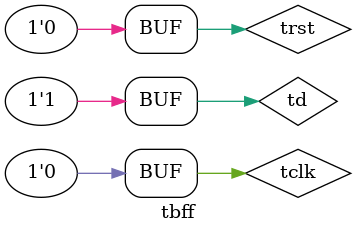
<source format=v>
module tbff ();
wire top;
reg td,tclk,trst;

dff1 dt1 (top,td,tclk,trst);

always 
begin
tclk=1'b1;
#5
tclk=1'b0;
#5;
end

initial 
begin
trst=1; td=1; #10
trst=0; td=1; #10
td=1; #10
td=0; #10
td=1; #10
td=0; #10
td=1; #10
td=1; #11
trst=1; td=1; #3
trst=0; td=1; #10
td=1; #10
td=1; #10;
end
endmodule
</source>
